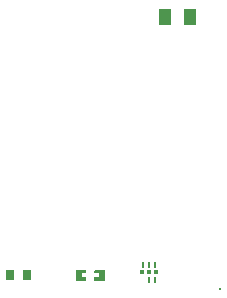
<source format=gtp>
G04 Layer: TopPasteMaskLayer*
G04 EasyEDA v6.5.44, 2024-07-31 12:08:04*
G04 6954650e1ca441158a02f330892e30e1,656c5020d22243dfa845eb86cb698064,10*
G04 Gerber Generator version 0.2*
G04 Scale: 100 percent, Rotated: No, Reflected: No *
G04 Dimensions in millimeters *
G04 leading zeros omitted , absolute positions ,4 integer and 5 decimal *
%FSLAX45Y45*%
%MOMM*%

%AMMACRO1*21,1,$1,$2,0,0,$3*%
%ADD10C,0.3000*%
%ADD11R,0.8000X0.9000*%
%ADD12MACRO1,1X1.3995X0.0000*%
%ADD13R,1.0000X1.3995*%
%ADD14R,0.2800X0.5000*%
%ADD15R,0.4500X0.3000*%
%ADD16R,0.3000X0.3000*%

%LPD*%
G36*
X5068722Y-2456891D02*
G01*
X5063693Y-2461920D01*
X5063693Y-2484678D01*
X5100675Y-2484678D01*
X5100675Y-2517698D01*
X5063693Y-2517698D01*
X5063693Y-2541879D01*
X5068722Y-2546908D01*
X5148681Y-2546908D01*
X5153710Y-2541879D01*
X5153710Y-2461920D01*
X5148681Y-2456891D01*
G37*
G36*
X4909718Y-2456891D02*
G01*
X4904689Y-2461920D01*
X4904689Y-2541879D01*
X4909718Y-2546908D01*
X4989677Y-2546908D01*
X4994706Y-2541879D01*
X4994706Y-2519121D01*
X4957724Y-2519121D01*
X4957724Y-2486101D01*
X4994706Y-2486101D01*
X4994706Y-2461920D01*
X4989677Y-2456891D01*
G37*
D10*
G01*
X6126479Y-2618739D03*
D11*
G01*
X4489602Y-2501900D03*
G01*
X4349597Y-2501900D03*
D12*
G01*
X5660783Y-317500D03*
D13*
G01*
X5870829Y-317500D03*
D14*
G01*
X5524502Y-2541503D03*
G01*
X5574489Y-2541503D03*
D15*
G01*
X5584497Y-2476505D03*
D14*
G01*
X5574515Y-2411506D03*
G01*
X5524502Y-2411506D03*
G01*
X5474515Y-2411506D03*
D15*
G01*
X5464507Y-2476505D03*
D16*
G01*
X5524502Y-2476505D03*
M02*

</source>
